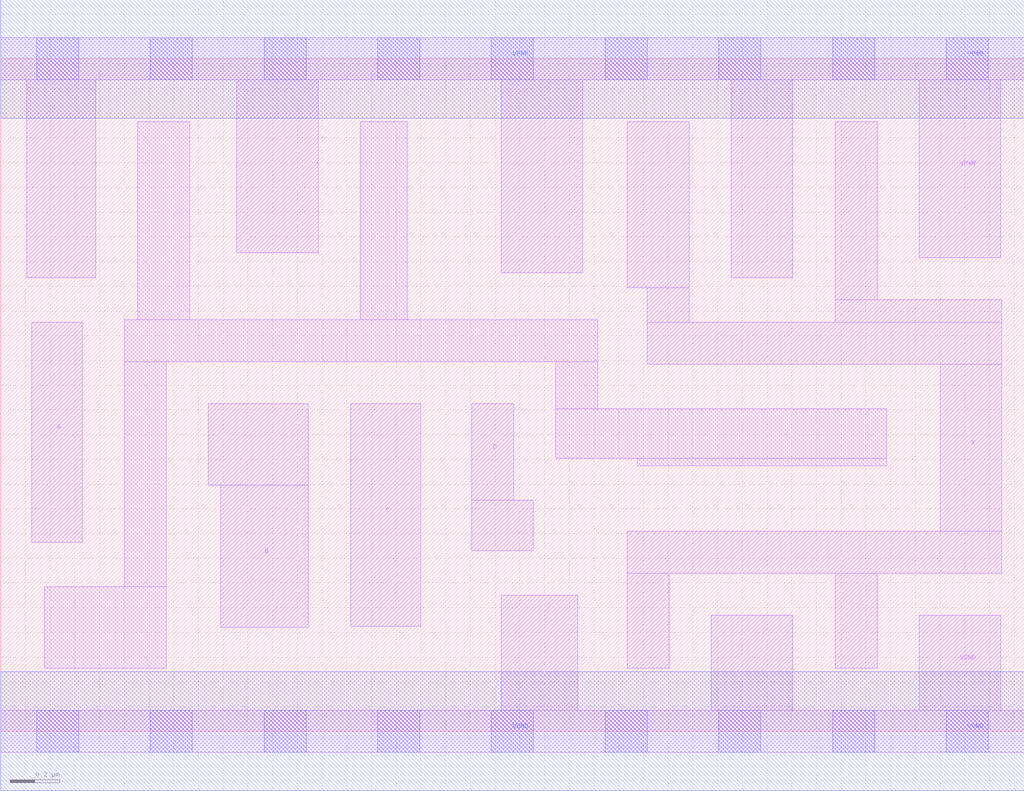
<source format=lef>
# Copyright 2020 The SkyWater PDK Authors
#
# Licensed under the Apache License, Version 2.0 (the "License");
# you may not use this file except in compliance with the License.
# You may obtain a copy of the License at
#
#     https://www.apache.org/licenses/LICENSE-2.0
#
# Unless required by applicable law or agreed to in writing, software
# distributed under the License is distributed on an "AS IS" BASIS,
# WITHOUT WARRANTIES OR CONDITIONS OF ANY KIND, either express or implied.
# See the License for the specific language governing permissions and
# limitations under the License.
#
# SPDX-License-Identifier: Apache-2.0

VERSION 5.7 ;
  NAMESCASESENSITIVE ON ;
  NOWIREEXTENSIONATPIN ON ;
  DIVIDERCHAR "/" ;
  BUSBITCHARS "[]" ;
UNITS
  DATABASE MICRONS 200 ;
END UNITS
MACRO sky130_fd_sc_hd__and4_4
  CLASS CORE ;
  SOURCE USER ;
  FOREIGN sky130_fd_sc_hd__and4_4 ;
  ORIGIN  0.000000  0.000000 ;
  SIZE  4.140000 BY  2.720000 ;
  SYMMETRY X Y R90 ;
  SITE unithd ;
  PIN A
    ANTENNAGATEAREA  0.247500 ;
    DIRECTION INPUT ;
    USE SIGNAL ;
    PORT
      LAYER li1 ;
        RECT 0.125000 0.765000 0.330000 1.655000 ;
    END
  END A
  PIN B
    ANTENNAGATEAREA  0.247500 ;
    DIRECTION INPUT ;
    USE SIGNAL ;
    PORT
      LAYER li1 ;
        RECT 0.840000 0.995000 1.245000 1.325000 ;
        RECT 0.890000 0.420000 1.245000 0.995000 ;
    END
  END B
  PIN C
    ANTENNAGATEAREA  0.247500 ;
    DIRECTION INPUT ;
    USE SIGNAL ;
    PORT
      LAYER li1 ;
        RECT 1.415000 0.425000 1.700000 1.325000 ;
    END
  END C
  PIN D
    ANTENNAGATEAREA  0.247500 ;
    DIRECTION INPUT ;
    USE SIGNAL ;
    PORT
      LAYER li1 ;
        RECT 1.905000 0.730000 2.155000 0.935000 ;
        RECT 1.905000 0.935000 2.075000 1.325000 ;
    END
  END D
  PIN X
    ANTENNADIFFAREA  0.891000 ;
    DIRECTION OUTPUT ;
    USE SIGNAL ;
    PORT
      LAYER li1 ;
        RECT 2.535000 0.255000 2.705000 0.640000 ;
        RECT 2.535000 0.640000 4.050000 0.810000 ;
        RECT 2.535000 1.795000 2.785000 2.465000 ;
        RECT 2.615000 1.485000 4.050000 1.655000 ;
        RECT 2.615000 1.655000 2.785000 1.795000 ;
        RECT 3.375000 0.255000 3.545000 0.640000 ;
        RECT 3.375000 1.655000 4.050000 1.745000 ;
        RECT 3.375000 1.745000 3.545000 2.465000 ;
        RECT 3.800000 0.810000 4.050000 1.485000 ;
    END
  END X
  PIN VGND
    DIRECTION INOUT ;
    SHAPE ABUTMENT ;
    USE GROUND ;
    PORT
      LAYER li1 ;
        RECT 0.000000 -0.085000 4.140000 0.085000 ;
        RECT 2.025000  0.085000 2.335000 0.550000 ;
        RECT 2.875000  0.085000 3.205000 0.470000 ;
        RECT 3.715000  0.085000 4.045000 0.470000 ;
      LAYER mcon ;
        RECT 0.145000 -0.085000 0.315000 0.085000 ;
        RECT 0.605000 -0.085000 0.775000 0.085000 ;
        RECT 1.065000 -0.085000 1.235000 0.085000 ;
        RECT 1.525000 -0.085000 1.695000 0.085000 ;
        RECT 1.985000 -0.085000 2.155000 0.085000 ;
        RECT 2.445000 -0.085000 2.615000 0.085000 ;
        RECT 2.905000 -0.085000 3.075000 0.085000 ;
        RECT 3.365000 -0.085000 3.535000 0.085000 ;
        RECT 3.825000 -0.085000 3.995000 0.085000 ;
      LAYER met1 ;
        RECT 0.000000 -0.240000 4.140000 0.240000 ;
    END
  END VGND
  PIN VPWR
    DIRECTION INOUT ;
    SHAPE ABUTMENT ;
    USE POWER ;
    PORT
      LAYER li1 ;
        RECT 0.000000 2.635000 4.140000 2.805000 ;
        RECT 0.105000 1.835000 0.385000 2.635000 ;
        RECT 0.955000 1.935000 1.285000 2.635000 ;
        RECT 2.025000 1.855000 2.355000 2.635000 ;
        RECT 2.955000 1.835000 3.205000 2.635000 ;
        RECT 3.715000 1.915000 4.045000 2.635000 ;
      LAYER mcon ;
        RECT 0.145000 2.635000 0.315000 2.805000 ;
        RECT 0.605000 2.635000 0.775000 2.805000 ;
        RECT 1.065000 2.635000 1.235000 2.805000 ;
        RECT 1.525000 2.635000 1.695000 2.805000 ;
        RECT 1.985000 2.635000 2.155000 2.805000 ;
        RECT 2.445000 2.635000 2.615000 2.805000 ;
        RECT 2.905000 2.635000 3.075000 2.805000 ;
        RECT 3.365000 2.635000 3.535000 2.805000 ;
        RECT 3.825000 2.635000 3.995000 2.805000 ;
      LAYER met1 ;
        RECT 0.000000 2.480000 4.140000 2.960000 ;
    END
  END VPWR
  OBS
    LAYER li1 ;
      RECT 0.175000 0.255000 0.670000 0.585000 ;
      RECT 0.500000 0.585000 0.670000 1.495000 ;
      RECT 0.500000 1.495000 2.415000 1.665000 ;
      RECT 0.555000 1.665000 0.765000 2.465000 ;
      RECT 1.455000 1.665000 1.645000 2.465000 ;
      RECT 2.245000 1.105000 3.585000 1.305000 ;
      RECT 2.245000 1.305000 2.415000 1.495000 ;
      RECT 2.575000 1.075000 3.585000 1.105000 ;
  END
END sky130_fd_sc_hd__and4_4
END LIBRARY

</source>
